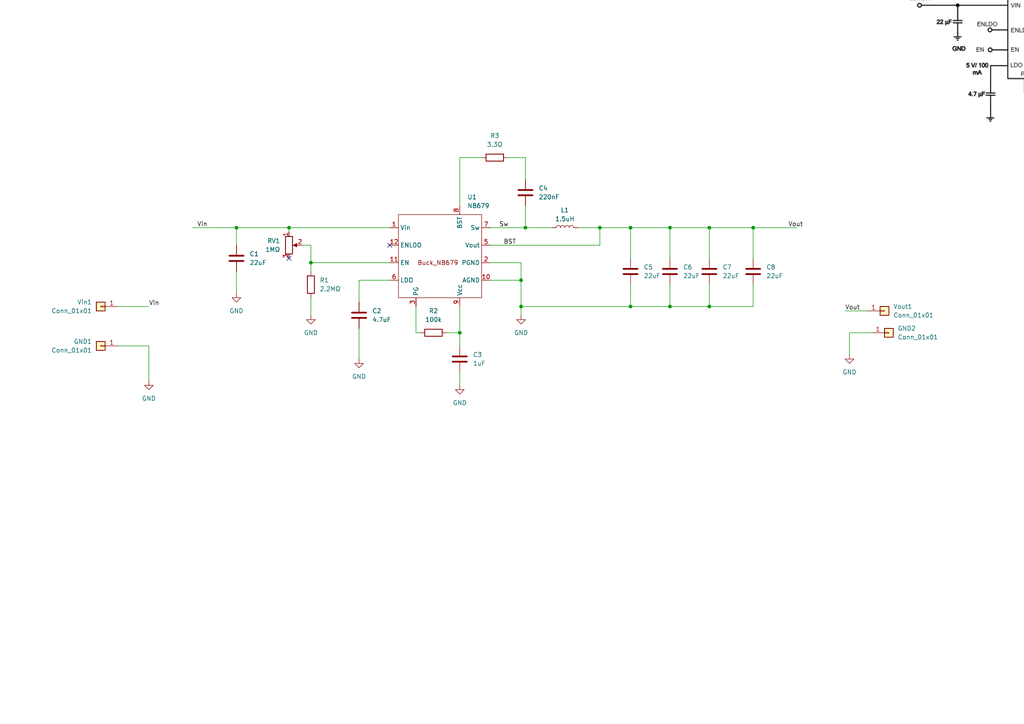
<source format=kicad_sch>
(kicad_sch (version 20230121) (generator eeschema)
  (paper "A4")
  (lib_symbols
    (symbol "Connector_Generic:Conn_01x01" (pin_names (offset 1.016) hide)
      (property "Reference" "J" (at 0 2.54 0))
      (property "Value" "Conn_01x01" (at 0 -2.54 0))
      (symbol "Conn_01x01_1_1"
        (rectangle (start -1.27 0.127) (end 0 -0.127) (stroke (width 0.1524)))
        (rectangle (start -1.27 1.27) (end 1.27 -1.27) (stroke (width 0.254)) (fill (type background)))
        (pin passive line (at -5.08 0 0) (length 3.81) (name "Pin_1") (number "1"))
      )
    )
    (symbol "DKA:Buck_NB679"
      (property "Reference" "U1" (at 7.2741 16.51 0))
      (property "Value" "NB679" (at 7.2741 13.97 0))
      (symbol "Buck_NB679_0_1"
        (rectangle (start -12.7 11.43) (end 11.43 -12.7))
      )
      (symbol "Buck_NB679_1_1"
        (text "Buck_NB679" (at -1.27 -2.54 0) (effects (font (size 1.27 1.27))))
        (pin power_in line (at -15.24 7.62 0) (length 2.54) (name "Vin") (number "1"))
        (pin passive line (at 13.97 -7.62 180) (length 2.54) (name "AGND") (number "10"))
        (pin passive line (at -15.24 -2.54 0) (length 2.54) (name "EN") (number "11"))
        (pin passive line (at -15.24 2.54 0) (length 2.54) (name "ENLDO") (number "12"))
        (pin passive line (at 13.97 -2.54 180) (length 2.54) (name "PGND") (number "2"))
        (pin power_in line (at -7.62 -15.24 90) (length 2.54) (name "PG") (number "3"))
        (pin passive line (at 13.97 2.54 180) (length 2.54) (name "Vout") (number "5"))
        (pin passive line (at -15.24 -7.62 0) (length 2.54) (name "LDO") (number "6"))
        (pin power_in line (at 13.97 7.62 180) (length 2.54) (name "Sw") (number "7"))
        (pin passive line (at 5.08 13.97 270) (length 2.54) (name "BST") (number "8"))
        (pin power_in line (at 5.08 -15.24 90) (length 2.54) (name "Vcc") (number "9"))
      )
    )
    (symbol "Device:C" (pin_numbers hide) (pin_names (offset 0.254))
      (property "Reference" "C" (at 0.635 2.54 0))
      (property "Value" "C" (at 0.635 -2.54 0))
      (symbol "C_0_1"
        (polyline (pts (xy -2.032 -0.762) (xy 2.032 -0.762)) (stroke (width 0.508)))
        (polyline (pts (xy -2.032 0.762) (xy 2.032 0.762)) (stroke (width 0.508)))
      )
      (symbol "C_1_1"
        (pin passive line (at 0 3.81 270) (length 2.794) (name "~") (number "1"))
        (pin passive line (at 0 -3.81 90) (length 2.794) (name "~") (number "2"))
      )
    )
    (symbol "Device:L" (pin_numbers hide) (pin_names (offset 1.016) hide)
      (property "Reference" "L" (at -1.27 0 90))
      (property "Value" "L" (at 1.905 0 90))
      (symbol "L_0_1"
        (arc (start 0 -2.54) (mid 0.6323 -1.905) (end 0 -1.27))
        (arc (start 0 -1.27) (mid 0.6323 -0.635) (end 0 0))
        (arc (start 0 0) (mid 0.6323 0.635) (end 0 1.27))
        (arc (start 0 1.27) (mid 0.6323 1.905) (end 0 2.54))
      )
      (symbol "L_1_1"
        (pin passive line (at 0 3.81 270) (length 1.27) (name "1") (number "1"))
        (pin passive line (at 0 -3.81 90) (length 1.27) (name "2") (number "2"))
      )
    )
    (symbol "Device:R" (pin_numbers hide) (pin_names (offset 0))
      (property "Reference" "R" (at 2.032 0 90))
      (property "Value" "R" (at 0 0 90))
      (symbol "R_0_1"
        (rectangle (start -1.016 -2.54) (end 1.016 2.54) (stroke (width 0.254)))
      )
      (symbol "R_1_1"
        (pin passive line (at 0 3.81 270) (length 1.27) (name "~") (number "1"))
        (pin passive line (at 0 -3.81 90) (length 1.27) (name "~") (number "2"))
      )
    )
    (symbol "Device:R_Potentiometer" (pin_names (offset 1.016) hide)
      (property "Reference" "RV" (at -4.445 0 90))
      (property "Value" "R_Potentiometer" (at -2.54 0 90))
      (symbol "R_Potentiometer_0_1"
        (polyline (pts (xy 2.54 0) (xy 1.524 0)))
        (polyline (pts (xy 1.143 0) (xy 2.286 0.508) (xy 2.286 -0.508) (xy 1.143 0)) (fill (type outline)))
        (rectangle (start 1.016 2.54) (end -1.016 -2.54) (stroke (width 0.254)))
      )
      (symbol "R_Potentiometer_1_1"
        (pin passive line (at 0 3.81 270) (length 1.27) (name "1") (number "1"))
        (pin passive line (at 3.81 0 180) (length 1.27) (name "2") (number "2"))
        (pin passive line (at 0 -3.81 90) (length 1.27) (name "3") (number "3"))
      )
    )
    (symbol "power:GND" (power) (pin_names (offset 0))
      (property "Value" "GND" (at 0 -3.81 0))
      (symbol "GND_0_1"
        (polyline (pts (xy 0 0) (xy 0 -1.27) (xy 1.27 -1.27) (xy 0 -2.54) (xy -1.27 -1.27) (xy 0 -1.27)))
      )
      (symbol "GND_1_1"
        (pin power_in line (at 0 0 270) (length 0) hide (name "GND") (number "1"))
      )
    )
  )
  (junction (at 205.74 88.9))
  (junction (at 68.58 66.04))
  (junction (at 151.13 81.28))
  (junction (at 182.88 88.9))
  (junction (at 205.74 66.04))
  (junction (at 218.44 66.04))
  (junction (at 90.17 76.2))
  (junction (at 83.82 66.04))
  (junction (at 151.13 88.9))
  (junction (at 194.31 66.04))
  (junction (at 133.35 96.52))
  (junction (at 173.99 66.04))
  (junction (at 152.4 66.04))
  (junction (at 182.88 66.04))
  (junction (at 194.31 88.9))
  (no_connect (at 113.03 71.12))
  (no_connect (at 83.82 74.93))
  (wire (pts (xy 194.31 82.55) (xy 194.31 88.9)))
  (wire (pts (xy 104.14 95.25) (xy 104.14 104.14)))
  (wire (pts (xy 68.58 66.04) (xy 68.58 71.12)))
  (wire (pts (xy 133.35 96.52) (xy 133.35 100.33)))
  (wire (pts (xy 142.24 76.2) (xy 151.13 76.2)))
  (wire (pts (xy 120.65 88.9) (xy 120.65 96.52)))
  (wire (pts (xy 120.65 96.52) (xy 121.92 96.52)))
  (wire (pts (xy 147.32 45.72) (xy 152.4 45.72)))
  (wire (pts (xy 152.4 59.69) (xy 152.4 66.04)))
  (wire (pts (xy 152.4 66.04) (xy 160.02 66.04)))
  (wire (pts (xy 218.44 66.04) (xy 231.14 66.04)))
  (wire (pts (xy 133.35 111.76) (xy 133.35 107.95)))
  (wire (pts (xy 167.64 66.04) (xy 173.99 66.04)))
  (wire (pts (xy 68.58 78.74) (xy 68.58 85.09)))
  (wire (pts (xy 68.58 66.04) (xy 83.82 66.04)))
  (wire (pts (xy 205.74 66.04) (xy 205.74 74.93)))
  (wire (pts (xy 34.29 100.33) (xy 43.18 100.33)))
  (wire (pts (xy 151.13 76.2) (xy 151.13 81.28)))
  (wire (pts (xy 182.88 88.9) (xy 194.31 88.9)))
  (wire (pts (xy 182.88 82.55) (xy 182.88 88.9)))
  (wire (pts (xy 142.24 71.12) (xy 173.99 71.12)))
  (wire (pts (xy 133.35 88.9) (xy 133.35 96.52)))
  (wire (pts (xy 43.18 100.33) (xy 43.18 110.49)))
  (wire (pts (xy 83.82 67.31) (xy 83.82 66.04)))
  (wire (pts (xy 246.38 96.52) (xy 252.73 96.52)))
  (wire (pts (xy 142.24 81.28) (xy 151.13 81.28)))
  (wire (pts (xy 129.54 96.52) (xy 133.35 96.52)))
  (wire (pts (xy 246.38 96.52) (xy 246.38 102.87)))
  (wire (pts (xy 194.31 66.04) (xy 205.74 66.04)))
  (wire (pts (xy 113.03 81.28) (xy 104.14 81.28)))
  (wire (pts (xy 182.88 66.04) (xy 194.31 66.04)))
  (wire (pts (xy 173.99 66.04) (xy 182.88 66.04)))
  (wire (pts (xy 104.14 81.28) (xy 104.14 87.63)))
  (wire (pts (xy 83.82 66.04) (xy 113.03 66.04)))
  (wire (pts (xy 205.74 82.55) (xy 205.74 88.9)))
  (wire (pts (xy 218.44 88.9) (xy 205.74 88.9)))
  (wire (pts (xy 218.44 82.55) (xy 218.44 88.9)))
  (wire (pts (xy 151.13 81.28) (xy 151.13 88.9)))
  (wire (pts (xy 90.17 76.2) (xy 113.03 76.2)))
  (wire (pts (xy 133.35 45.72) (xy 139.7 45.72)))
  (wire (pts (xy 194.31 66.04) (xy 194.31 74.93)))
  (wire (pts (xy 194.31 88.9) (xy 205.74 88.9)))
  (wire (pts (xy 55.88 66.04) (xy 68.58 66.04)))
  (wire (pts (xy 152.4 45.72) (xy 152.4 52.07)))
  (wire (pts (xy 90.17 86.36) (xy 90.17 91.44)))
  (wire (pts (xy 173.99 71.12) (xy 173.99 66.04)))
  (wire (pts (xy 34.29 88.9) (xy 43.18 88.9)))
  (wire (pts (xy 218.44 74.93) (xy 218.44 66.04)))
  (wire (pts (xy 87.63 71.12) (xy 90.17 71.12)))
  (wire (pts (xy 90.17 71.12) (xy 90.17 76.2)))
  (wire (pts (xy 133.35 59.69) (xy 133.35 45.72)))
  (wire (pts (xy 182.88 88.9) (xy 151.13 88.9)))
  (wire (pts (xy 245.11 90.17) (xy 251.46 90.17)))
  (wire (pts (xy 151.13 88.9) (xy 151.13 91.44)))
  (wire (pts (xy 90.17 76.2) (xy 90.17 78.74)))
  (wire (pts (xy 182.88 66.04) (xy 182.88 74.93)))
  (wire (pts (xy 205.74 66.04) (xy 218.44 66.04)))
  (wire (pts (xy 142.24 66.04) (xy 152.4 66.04)))
  (image (at 311.15 15.24) (scale 1.896))
  (label "Vin" (at 57.15 66.04 0))
  (label "BST" (at 146.05 71.12 0))
  (label "Vin" (at 43.18 88.9 0))
  (label "Sw" (at 144.78 66.04 0))
  (label "Vout" (at 245.11 90.17 0))
  (label "Vout" (at 228.6 66.04 0))
  (symbol (lib_id "power:GND") (at 246.38 102.87 0) (unit 1)
    (property "Reference" "#PWR07" (effects hide))
    (property "Value" "GND" (at 246.38 107.95 0))
  )
  (symbol (lib_id "Device:C") (at 104.14 91.44 0) (unit 1)
    (property "Reference" "C2" (at 107.95 90.17 0) (effects (justify left)))
    (property "Value" "4.7uF" (at 107.95 92.71 0) (effects (justify left)))
    (property "Footprint" "Capacitor_SMD:C_0603_1608Metric_Pad1.08x0.95mm_HandSolder" (effects hide))
  )
  (symbol (lib_id "power:GND") (at 133.35 111.76 0) (unit 1)
    (property "Reference" "#PWR04" (effects hide))
    (property "Value" "GND" (at 133.35 116.84 0))
  )
  (symbol (lib_id "Device:R") (at 143.51 45.72 90) (unit 1)
    (property "Reference" "R3" (at 143.51 39.37 90))
    (property "Value" "3.3Ω" (at 143.51 41.91 90))
    (property "Footprint" "Resistor_SMD:R_1206_3216Metric_Pad1.30x1.75mm_HandSolder" (effects hide))
  )
  (symbol (lib_id "Device:C") (at 152.4 55.88 0) (unit 1)
    (property "Reference" "C4" (at 156.21 54.61 0) (effects (justify left)))
    (property "Value" "220nF" (at 156.21 57.15 0) (effects (justify left)))
    (property "Footprint" "Capacitor_SMD:C_0402_1005Metric_Pad0.74x0.62mm_HandSolder" (effects hide))
  )
  (symbol (lib_id "power:GND") (at 90.17 91.44 0) (unit 1)
    (property "Reference" "#PWR02" (effects hide))
    (property "Value" "GND" (at 90.17 96.52 0))
  )
  (symbol (lib_id "Device:L") (at 163.83 66.04 90) (unit 1)
    (property "Reference" "L1" (at 163.83 60.96 90))
    (property "Value" "1.5uH" (at 163.83 63.5 90))
    (property "Footprint" "DKA:IND_FP" (effects hide))
    (property "Datasheet" "https://www.digikey.in/en/products/detail/murata-electronics/1264EY-1R5N-P3/5271458?s=N4IgTCBcDaICwE4AMBaAjEgHGg7OlAcgCIgC6AvkA" (effects hide))
  )
  (symbol (lib_id "Connector_Generic:Conn_01x01") (at 29.21 88.9 0) (mirror y) (unit 1)
    (property "Reference" "Vin1" (at 26.67 87.63 0) (effects (justify left)))
    (property "Value" "Conn_01x01" (at 26.67 90.17 0) (effects (justify left)))
    (property "Footprint" "Connector_PinHeader_2.54mm:PinHeader_1x01_P2.54mm_Vertical" (effects hide))
  )
  (symbol (lib_id "power:GND") (at 151.13 91.44 0) (unit 1)
    (property "Reference" "#PWR05" (effects hide))
    (property "Value" "GND" (at 151.13 96.52 0))
  )
  (symbol (lib_id "Device:C") (at 194.31 78.74 0) (unit 1)
    (property "Reference" "C6" (at 198.12 77.47 0) (effects (justify left)))
    (property "Value" "22uF" (at 198.12 80.01 0) (effects (justify left)))
    (property "Footprint" "Capacitor_SMD:C_0805_2012Metric_Pad1.18x1.45mm_HandSolder" (effects hide))
  )
  (symbol (lib_id "DKA:Buck_NB679") (at 128.27 73.66 0) (unit 1)
    (property "Reference" "U1" (at 135.5441 57.15 0) (effects (justify left)))
    (property "Value" "NB679" (at 135.5441 59.69 0) (effects (justify left)))
    (property "Footprint" "DKA:IC_NB679_FP" (effects hide))
    (property "Datasheet" "C:\\Users\\Dell\\Desktop\\Deepak\\Kicad Projects\\NB679-Buck Converter\\NB679.pdf" (effects hide))
  )
  (symbol (lib_id "Device:C") (at 133.35 104.14 0) (unit 1)
    (property "Reference" "C3" (at 137.16 102.87 0) (effects (justify left)))
    (property "Value" "1uF" (at 137.16 105.41 0) (effects (justify left)))
    (property "Footprint" "Capacitor_SMD:C_0402_1005Metric_Pad0.74x0.62mm_HandSolder" (effects hide))
  )
  (symbol (lib_id "power:GND") (at 104.14 104.14 0) (unit 1)
    (property "Reference" "#PWR03" (effects hide))
    (property "Value" "GND" (at 104.14 109.22 0))
  )
  (symbol (lib_id "power:GND") (at 68.58 85.09 0) (unit 1)
    (property "Reference" "#PWR01" (effects hide))
    (property "Value" "GND" (at 68.58 90.17 0))
  )
  (symbol (lib_id "Device:C") (at 205.74 78.74 0) (unit 1)
    (property "Reference" "C7" (at 209.55 77.47 0) (effects (justify left)))
    (property "Value" "22uF" (at 209.55 80.01 0) (effects (justify left)))
    (property "Footprint" "Capacitor_SMD:C_0805_2012Metric_Pad1.18x1.45mm_HandSolder" (effects hide))
  )
  (symbol (lib_id "Device:C") (at 218.44 78.74 0) (unit 1)
    (property "Reference" "C8" (at 222.25 77.47 0) (effects (justify left)))
    (property "Value" "22uF" (at 222.25 80.01 0) (effects (justify left)))
    (property "Footprint" "Capacitor_SMD:C_0805_2012Metric_Pad1.18x1.45mm_HandSolder" (effects hide))
  )
  (symbol (lib_id "power:GND") (at 43.18 110.49 0) (unit 1)
    (property "Reference" "#PWR06" (effects hide))
    (property "Value" "GND" (at 43.18 115.57 0))
  )
  (symbol (lib_id "Device:R_Potentiometer") (at 83.82 71.12 0) (unit 1)
    (property "Reference" "RV1" (at 81.28 69.85 0) (effects (justify right)))
    (property "Value" "1MΩ" (at 81.28 72.39 0) (effects (justify right)))
    (property "Footprint" "DKA:POT_FP" (effects hide))
    (property "Datasheet" "https://www.digikey.in/en/products/detail/bourns-inc/TC33X-2-105E/2566882" (effects hide))
  )
  (symbol (lib_id "Connector_Generic:Conn_01x01") (at 29.21 100.33 0) (mirror y) (unit 1)
    (property "Reference" "GND1" (at 26.67 99.06 0) (effects (justify left)))
    (property "Value" "Conn_01x01" (at 26.67 101.6 0) (effects (justify left)))
    (property "Footprint" "Connector_PinHeader_2.54mm:PinHeader_1x01_P2.54mm_Vertical" (effects hide))
  )
  (symbol (lib_id "Device:C") (at 68.58 74.93 0) (unit 1)
    (property "Reference" "C1" (at 72.39 73.66 0) (effects (justify left)))
    (property "Value" "22uF" (at 72.39 76.2 0) (effects (justify left)))
    (property "Footprint" "Capacitor_SMD:C_0805_2012Metric_Pad1.18x1.45mm_HandSolder" (effects hide))
  )
  (symbol (lib_id "Device:C") (at 182.88 78.74 0) (unit 1)
    (property "Reference" "C5" (at 186.69 77.47 0) (effects (justify left)))
    (property "Value" "22uF" (at 186.69 80.01 0) (effects (justify left)))
    (property "Footprint" "Capacitor_SMD:C_0805_2012Metric_Pad1.18x1.45mm_HandSolder" (effects hide))
  )
  (symbol (lib_id "Connector_Generic:Conn_01x01") (at 257.81 96.52 0) (unit 1)
    (property "Reference" "GND2" (at 260.35 95.25 0) (effects (justify left)))
    (property "Value" "Conn_01x01" (at 260.35 97.79 0) (effects (justify left)))
    (property "Footprint" "Connector_PinHeader_2.54mm:PinHeader_1x01_P2.54mm_Vertical" (effects hide))
  )
  (symbol (lib_id "Connector_Generic:Conn_01x01") (at 256.54 90.17 0) (unit 1)
    (property "Reference" "Vout1" (at 259.08 88.9 0) (effects (justify left)))
    (property "Value" "Conn_01x01" (at 259.08 91.44 0) (effects (justify left)))
    (property "Footprint" "Connector_PinHeader_2.54mm:PinHeader_1x01_P2.54mm_Vertical" (effects hide))
  )
  (symbol (lib_id "Device:R") (at 125.73 96.52 90) (unit 1)
    (property "Reference" "R2" (at 125.73 90.17 90))
    (property "Value" "100k" (at 125.73 92.71 90))
    (property "Footprint" "Resistor_SMD:R_1206_3216Metric_Pad1.30x1.75mm_HandSolder" (effects hide))
  )
  (symbol (lib_id "Device:R") (at 90.17 82.55 180) (unit 1)
    (property "Reference" "R1" (at 92.71 81.28 0) (effects (justify right)))
    (property "Value" "2.2MΩ" (at 92.71 83.82 0) (effects (justify right)))
    (property "Footprint" "Resistor_SMD:R_0805_2012Metric_Pad1.20x1.40mm_HandSolder" (effects hide))
  )
)
</source>
